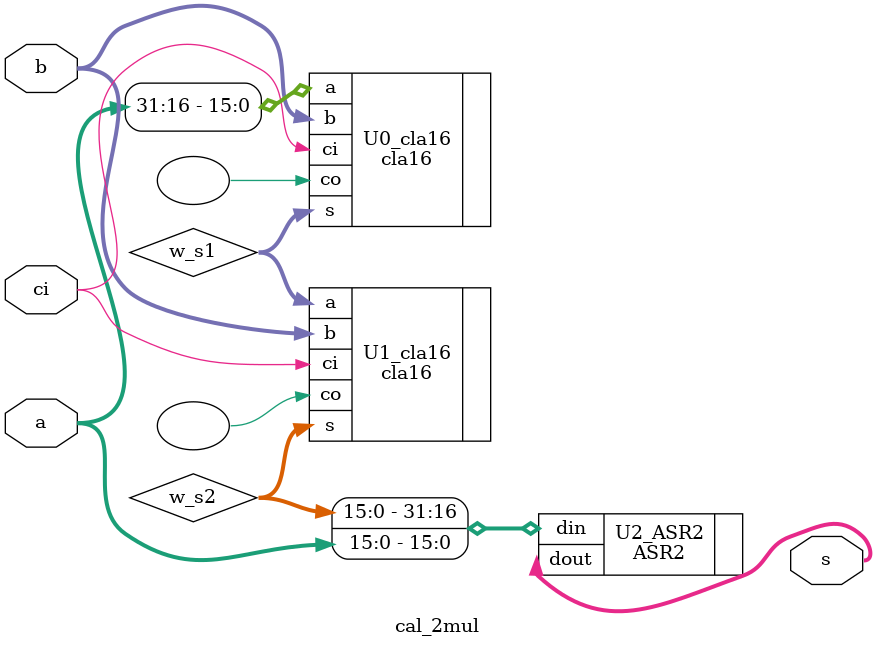
<source format=v>
module cal_2mul(a,b,ci,s);

	input [31:0] a;			//[31:0]
	input [15:0] b;			//[15:0]
	input ci;	
	output [31:0] s;			//[31:0]

	wire [15:0] w_s1, w_s2;	//15:0
	wire[31:0] w_ASR;//31:0

	cla16 U0_cla16 (.a(a[31:16]),.b(b),.ci(ci),.s(w_s1), .co());  //31:16
	cla16 U1_cla16 (.a(w_s1),.b(b),.ci(ci),.s(w_s2), .co());				//set cla32
	
	ASR2 U2_ASR2(.din({w_s2,a[15:0]}), .dout(s));					//[15:0]
endmodule
</source>
